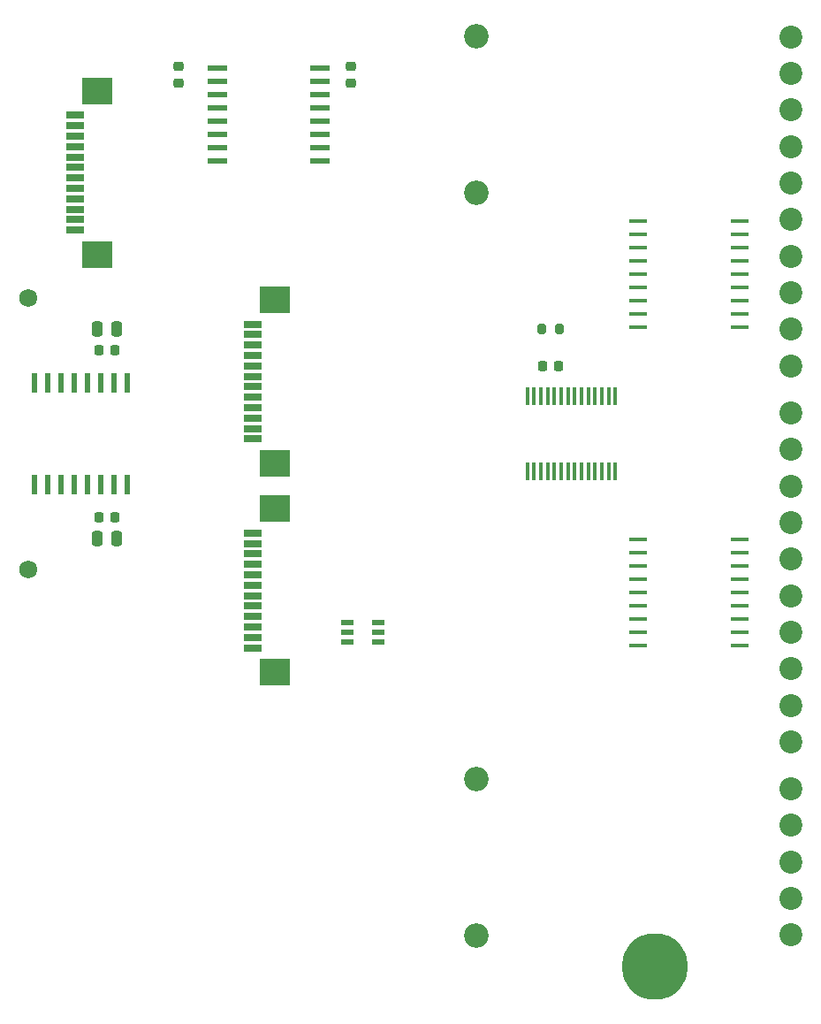
<source format=gbr>
%TF.GenerationSoftware,KiCad,Pcbnew,9.0.0*%
%TF.CreationDate,2025-03-01T22:14:05+03:00*%
%TF.ProjectId,PM_CNV-DQ16_src,504d5f43-4e56-42d4-9451-31365f737263,rev?*%
%TF.SameCoordinates,Original*%
%TF.FileFunction,Soldermask,Top*%
%TF.FilePolarity,Negative*%
%FSLAX46Y46*%
G04 Gerber Fmt 4.6, Leading zero omitted, Abs format (unit mm)*
G04 Created by KiCad (PCBNEW 9.0.0) date 2025-03-01 22:14:05*
%MOMM*%
%LPD*%
G01*
G04 APERTURE LIST*
G04 Aperture macros list*
%AMRoundRect*
0 Rectangle with rounded corners*
0 $1 Rounding radius*
0 $2 $3 $4 $5 $6 $7 $8 $9 X,Y pos of 4 corners*
0 Add a 4 corners polygon primitive as box body*
4,1,4,$2,$3,$4,$5,$6,$7,$8,$9,$2,$3,0*
0 Add four circle primitives for the rounded corners*
1,1,$1+$1,$2,$3*
1,1,$1+$1,$4,$5*
1,1,$1+$1,$6,$7*
1,1,$1+$1,$8,$9*
0 Add four rect primitives between the rounded corners*
20,1,$1+$1,$2,$3,$4,$5,0*
20,1,$1+$1,$4,$5,$6,$7,0*
20,1,$1+$1,$6,$7,$8,$9,0*
20,1,$1+$1,$8,$9,$2,$3,0*%
G04 Aperture macros list end*
%ADD10C,2.350000*%
%ADD11C,2.200000*%
%ADD12R,1.716000X0.450800*%
%ADD13RoundRect,0.250000X-0.250000X-0.475000X0.250000X-0.475000X0.250000X0.475000X-0.250000X0.475000X0*%
%ADD14R,1.803400X0.635000*%
%ADD15R,2.997200X2.590800*%
%ADD16RoundRect,0.225000X0.225000X0.250000X-0.225000X0.250000X-0.225000X-0.250000X0.225000X-0.250000X0*%
%ADD17R,1.181100X0.558800*%
%ADD18RoundRect,0.225000X-0.250000X0.225000X-0.250000X-0.225000X0.250000X-0.225000X0.250000X0.225000X0*%
%ADD19C,1.725000*%
%ADD20RoundRect,0.225000X-0.225000X-0.250000X0.225000X-0.250000X0.225000X0.250000X-0.225000X0.250000X0*%
%ADD21R,0.431800X1.655601*%
%ADD22R,1.854200X0.482600*%
%ADD23RoundRect,0.200000X0.200000X0.275000X-0.200000X0.275000X-0.200000X-0.275000X0.200000X-0.275000X0*%
%ADD24R,0.482600X1.854200*%
%ADD25O,6.350000X6.350000*%
G04 APERTURE END LIST*
D10*
%TO.C,U9*%
X4920000Y-28060000D03*
X4920000Y-43060000D03*
%TD*%
%TO.C,U8*%
X4920000Y28060000D03*
X4920000Y43060000D03*
%TD*%
D11*
%TO.C,J6*%
X35000000Y-43000000D03*
X35000000Y-39500000D03*
X35000000Y-36000000D03*
X35000000Y-32500000D03*
X35000000Y-29000000D03*
%TD*%
D12*
%TO.C,U6*%
X20389202Y25400000D03*
X20389202Y24130000D03*
X20389202Y22860000D03*
X20389202Y21590000D03*
X20389202Y20320000D03*
X20389202Y19050000D03*
X20389202Y17780000D03*
X20389202Y16510000D03*
X20389202Y15240000D03*
X30090798Y15240000D03*
X30090798Y16510000D03*
X30090798Y17780000D03*
X30090798Y19050000D03*
X30090798Y20320000D03*
X30090798Y21590000D03*
X30090798Y22860000D03*
X30090798Y24130000D03*
X30090798Y25400000D03*
%TD*%
D11*
%TO.C,J5*%
X35000000Y-24500000D03*
X35000000Y-21000000D03*
X35000000Y-17500000D03*
X35000000Y-14000000D03*
X35000000Y-10500000D03*
X35000000Y-7000000D03*
X35000000Y-3500000D03*
X35000000Y0D03*
X35000000Y3500000D03*
X35000000Y7000000D03*
%TD*%
D13*
%TO.C,C5*%
X-31450000Y-5000000D03*
X-29550000Y-5000000D03*
%TD*%
D11*
%TO.C,J3*%
X35000000Y11500000D03*
X35000000Y15000000D03*
X35000000Y18500000D03*
X35000000Y22000000D03*
X35000000Y25500000D03*
X35000000Y29000000D03*
X35000000Y32500000D03*
X35000000Y36000000D03*
X35000000Y39500000D03*
X35000000Y43000000D03*
%TD*%
D14*
%TO.C,J1*%
X-33556000Y24500008D03*
X-33556000Y25500006D03*
X-33556000Y26500004D03*
X-33556000Y27500002D03*
X-33556000Y28500000D03*
X-33556000Y29500000D03*
X-33556000Y30500000D03*
X-33556000Y31500000D03*
X-33556000Y32499998D03*
X-33556000Y33499996D03*
X-33556000Y34499994D03*
X-33556000Y35499992D03*
D15*
X-31385999Y22149997D03*
X-31385999Y37850003D03*
%TD*%
D16*
%TO.C,C7*%
X12775000Y11500000D03*
X11225000Y11500000D03*
%TD*%
D17*
%TO.C,U10*%
X-4533150Y-14950001D03*
X-4533150Y-14000000D03*
X-4533150Y-13049999D03*
X-7466850Y-13049999D03*
X-7466850Y-14000000D03*
X-7466850Y-14950001D03*
%TD*%
D18*
%TO.C,C1*%
X-23655000Y40145000D03*
X-23655000Y38595000D03*
%TD*%
D14*
%TO.C,J4*%
X-16556000Y-15499992D03*
X-16556000Y-14499994D03*
X-16556000Y-13499996D03*
X-16556000Y-12499998D03*
X-16556000Y-11500000D03*
X-16556000Y-10500000D03*
X-16556000Y-9500000D03*
X-16556000Y-8500000D03*
X-16556000Y-7500002D03*
X-16556000Y-6500004D03*
X-16556000Y-5500006D03*
X-16556000Y-4500008D03*
D15*
X-14385999Y-17850003D03*
X-14385999Y-2149997D03*
%TD*%
D12*
%TO.C,U7*%
X20389202Y-5080000D03*
X20389202Y-6350000D03*
X20389202Y-7620000D03*
X20389202Y-8890000D03*
X20389202Y-10160000D03*
X20389202Y-11430000D03*
X20389202Y-12700000D03*
X20389202Y-13970000D03*
X20389202Y-15240000D03*
X30090798Y-15240000D03*
X30090798Y-13970000D03*
X30090798Y-12700000D03*
X30090798Y-11430000D03*
X30090798Y-10160000D03*
X30090798Y-8890000D03*
X30090798Y-7620000D03*
X30090798Y-6350000D03*
X30090798Y-5080000D03*
%TD*%
D19*
%TO.C,U11*%
X-38000000Y18000000D03*
%TD*%
D20*
%TO.C,C3*%
X-31275000Y13000000D03*
X-29725000Y13000000D03*
%TD*%
D21*
%TO.C,U3*%
X18225000Y8627801D03*
X17574999Y8627801D03*
X16925000Y8627801D03*
X16274999Y8627801D03*
X15625001Y8627801D03*
X14974999Y8627801D03*
X14325001Y8627801D03*
X13675002Y8627801D03*
X13025001Y8627801D03*
X12375002Y8627801D03*
X11725001Y8627801D03*
X11075002Y8627801D03*
X10425001Y8627801D03*
X9775002Y8627801D03*
X9775000Y1372199D03*
X10425001Y1372199D03*
X11075000Y1372199D03*
X11725001Y1372199D03*
X12374999Y1372199D03*
X13025001Y1372199D03*
X13674999Y1372199D03*
X14325001Y1372199D03*
X14974999Y1372199D03*
X15625001Y1372199D03*
X16274999Y1372199D03*
X16925000Y1372199D03*
X17574999Y1372199D03*
X18225000Y1372199D03*
%TD*%
D13*
%TO.C,C4*%
X-31450000Y15000000D03*
X-29550000Y15000000D03*
%TD*%
D22*
%TO.C,U4*%
X-19876800Y40005000D03*
X-19876800Y38735000D03*
X-19876800Y37465000D03*
X-19876800Y36195000D03*
X-19876800Y34925000D03*
X-19876800Y33655000D03*
X-19876800Y32385000D03*
X-19876800Y31115000D03*
X-10123200Y31115000D03*
X-10123200Y32385000D03*
X-10123200Y33655000D03*
X-10123200Y34925000D03*
X-10123200Y36195000D03*
X-10123200Y37465000D03*
X-10123200Y38735000D03*
X-10123200Y40005000D03*
%TD*%
D14*
%TO.C,J2*%
X-16556000Y4500008D03*
X-16556000Y5500006D03*
X-16556000Y6500004D03*
X-16556000Y7500002D03*
X-16556000Y8500000D03*
X-16556000Y9500000D03*
X-16556000Y10500000D03*
X-16556000Y11500000D03*
X-16556000Y12499998D03*
X-16556000Y13499996D03*
X-16556000Y14499994D03*
X-16556000Y15499992D03*
D15*
X-14385999Y2149997D03*
X-14385999Y17850003D03*
%TD*%
D20*
%TO.C,C6*%
X-31275000Y-3000000D03*
X-29725000Y-3000000D03*
%TD*%
D23*
%TO.C,R1*%
X12825000Y15000000D03*
X11175000Y15000000D03*
%TD*%
D24*
%TO.C,U5*%
X-28555000Y9876800D03*
X-29825000Y9876800D03*
X-31095000Y9876800D03*
X-32365000Y9876800D03*
X-33635000Y9876800D03*
X-34905000Y9876800D03*
X-36175000Y9876800D03*
X-37445000Y9876800D03*
X-37445000Y123200D03*
X-36175000Y123200D03*
X-34905000Y123200D03*
X-33635000Y123200D03*
X-32365000Y123200D03*
X-31095000Y123200D03*
X-29825000Y123200D03*
X-28555000Y123200D03*
%TD*%
D18*
%TO.C,C2*%
X-7145000Y40145000D03*
X-7145000Y38595000D03*
%TD*%
D25*
%TO.C,PE1*%
X22000000Y-46000000D03*
%TD*%
D19*
%TO.C,U2*%
X-38000000Y-8000000D03*
%TD*%
M02*

</source>
